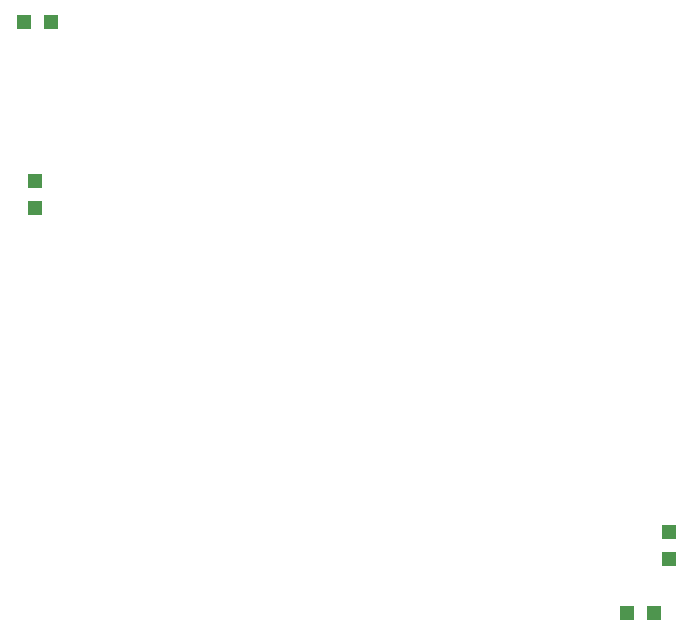
<source format=gbp>
G04 Layer_Color=128*
%FSLAX24Y24*%
%MOIN*%
G70*
G01*
G75*
%ADD12R,0.0500X0.0500*%
%ADD36R,0.0500X0.0500*%
D12*
X4650Y19300D02*
D03*
X4650Y18400D02*
D03*
X25800Y7600D02*
D03*
X25800Y6700D02*
D03*
D36*
X4300Y24600D02*
D03*
X5200Y24600D02*
D03*
X24400Y4900D02*
D03*
X25300Y4900D02*
D03*
M02*

</source>
